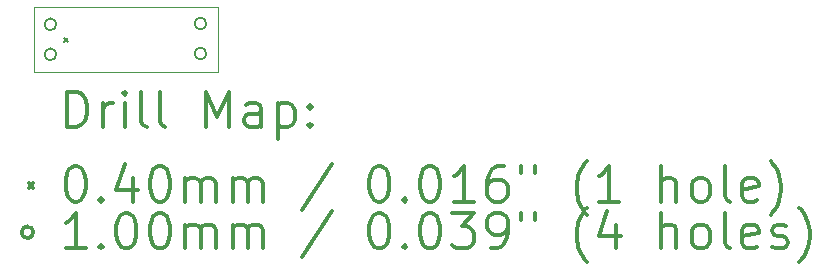
<source format=gbr>
%FSLAX45Y45*%
G04 Gerber Fmt 4.5, Leading zero omitted, Abs format (unit mm)*
G04 Created by KiCad (PCBNEW (5.1.4-0-10_14)) date 2019-11-14 21:06:11*
%MOMM*%
%LPD*%
G04 APERTURE LIST*
%ADD10C,0.050000*%
%ADD11C,0.200000*%
%ADD12C,0.300000*%
G04 APERTURE END LIST*
D10*
X4720000Y-2970000D02*
X4720000Y-3520000D01*
X3160000Y-2970000D02*
X3160000Y-3520000D01*
X3160000Y-3520000D02*
X4720000Y-3520000D01*
X3160000Y-2970000D02*
X4720000Y-2970000D01*
D11*
X3413000Y-3231000D02*
X3453000Y-3271000D01*
X3453000Y-3231000D02*
X3413000Y-3271000D01*
X3352000Y-3118000D02*
G75*
G03X3352000Y-3118000I-50000J0D01*
G01*
X3352000Y-3372000D02*
G75*
G03X3352000Y-3372000I-50000J0D01*
G01*
X4622000Y-3111500D02*
G75*
G03X4622000Y-3111500I-50000J0D01*
G01*
X4622000Y-3365500D02*
G75*
G03X4622000Y-3365500I-50000J0D01*
G01*
D12*
X3443928Y-3988214D02*
X3443928Y-3688214D01*
X3515357Y-3688214D01*
X3558214Y-3702500D01*
X3586786Y-3731071D01*
X3601071Y-3759643D01*
X3615357Y-3816786D01*
X3615357Y-3859643D01*
X3601071Y-3916786D01*
X3586786Y-3945357D01*
X3558214Y-3973929D01*
X3515357Y-3988214D01*
X3443928Y-3988214D01*
X3743928Y-3988214D02*
X3743928Y-3788214D01*
X3743928Y-3845357D02*
X3758214Y-3816786D01*
X3772500Y-3802500D01*
X3801071Y-3788214D01*
X3829643Y-3788214D01*
X3929643Y-3988214D02*
X3929643Y-3788214D01*
X3929643Y-3688214D02*
X3915357Y-3702500D01*
X3929643Y-3716786D01*
X3943928Y-3702500D01*
X3929643Y-3688214D01*
X3929643Y-3716786D01*
X4115357Y-3988214D02*
X4086786Y-3973929D01*
X4072500Y-3945357D01*
X4072500Y-3688214D01*
X4272500Y-3988214D02*
X4243928Y-3973929D01*
X4229643Y-3945357D01*
X4229643Y-3688214D01*
X4615357Y-3988214D02*
X4615357Y-3688214D01*
X4715357Y-3902500D01*
X4815357Y-3688214D01*
X4815357Y-3988214D01*
X5086786Y-3988214D02*
X5086786Y-3831071D01*
X5072500Y-3802500D01*
X5043928Y-3788214D01*
X4986786Y-3788214D01*
X4958214Y-3802500D01*
X5086786Y-3973929D02*
X5058214Y-3988214D01*
X4986786Y-3988214D01*
X4958214Y-3973929D01*
X4943928Y-3945357D01*
X4943928Y-3916786D01*
X4958214Y-3888214D01*
X4986786Y-3873929D01*
X5058214Y-3873929D01*
X5086786Y-3859643D01*
X5229643Y-3788214D02*
X5229643Y-4088214D01*
X5229643Y-3802500D02*
X5258214Y-3788214D01*
X5315357Y-3788214D01*
X5343928Y-3802500D01*
X5358214Y-3816786D01*
X5372500Y-3845357D01*
X5372500Y-3931071D01*
X5358214Y-3959643D01*
X5343928Y-3973929D01*
X5315357Y-3988214D01*
X5258214Y-3988214D01*
X5229643Y-3973929D01*
X5501071Y-3959643D02*
X5515357Y-3973929D01*
X5501071Y-3988214D01*
X5486786Y-3973929D01*
X5501071Y-3959643D01*
X5501071Y-3988214D01*
X5501071Y-3802500D02*
X5515357Y-3816786D01*
X5501071Y-3831071D01*
X5486786Y-3816786D01*
X5501071Y-3802500D01*
X5501071Y-3831071D01*
X3117500Y-4462500D02*
X3157500Y-4502500D01*
X3157500Y-4462500D02*
X3117500Y-4502500D01*
X3501071Y-4318214D02*
X3529643Y-4318214D01*
X3558214Y-4332500D01*
X3572500Y-4346786D01*
X3586786Y-4375357D01*
X3601071Y-4432500D01*
X3601071Y-4503929D01*
X3586786Y-4561072D01*
X3572500Y-4589643D01*
X3558214Y-4603929D01*
X3529643Y-4618214D01*
X3501071Y-4618214D01*
X3472500Y-4603929D01*
X3458214Y-4589643D01*
X3443928Y-4561072D01*
X3429643Y-4503929D01*
X3429643Y-4432500D01*
X3443928Y-4375357D01*
X3458214Y-4346786D01*
X3472500Y-4332500D01*
X3501071Y-4318214D01*
X3729643Y-4589643D02*
X3743928Y-4603929D01*
X3729643Y-4618214D01*
X3715357Y-4603929D01*
X3729643Y-4589643D01*
X3729643Y-4618214D01*
X4001071Y-4418214D02*
X4001071Y-4618214D01*
X3929643Y-4303929D02*
X3858214Y-4518214D01*
X4043928Y-4518214D01*
X4215357Y-4318214D02*
X4243928Y-4318214D01*
X4272500Y-4332500D01*
X4286786Y-4346786D01*
X4301071Y-4375357D01*
X4315357Y-4432500D01*
X4315357Y-4503929D01*
X4301071Y-4561072D01*
X4286786Y-4589643D01*
X4272500Y-4603929D01*
X4243928Y-4618214D01*
X4215357Y-4618214D01*
X4186786Y-4603929D01*
X4172500Y-4589643D01*
X4158214Y-4561072D01*
X4143928Y-4503929D01*
X4143928Y-4432500D01*
X4158214Y-4375357D01*
X4172500Y-4346786D01*
X4186786Y-4332500D01*
X4215357Y-4318214D01*
X4443928Y-4618214D02*
X4443928Y-4418214D01*
X4443928Y-4446786D02*
X4458214Y-4432500D01*
X4486786Y-4418214D01*
X4529643Y-4418214D01*
X4558214Y-4432500D01*
X4572500Y-4461072D01*
X4572500Y-4618214D01*
X4572500Y-4461072D02*
X4586786Y-4432500D01*
X4615357Y-4418214D01*
X4658214Y-4418214D01*
X4686786Y-4432500D01*
X4701071Y-4461072D01*
X4701071Y-4618214D01*
X4843928Y-4618214D02*
X4843928Y-4418214D01*
X4843928Y-4446786D02*
X4858214Y-4432500D01*
X4886786Y-4418214D01*
X4929643Y-4418214D01*
X4958214Y-4432500D01*
X4972500Y-4461072D01*
X4972500Y-4618214D01*
X4972500Y-4461072D02*
X4986786Y-4432500D01*
X5015357Y-4418214D01*
X5058214Y-4418214D01*
X5086786Y-4432500D01*
X5101071Y-4461072D01*
X5101071Y-4618214D01*
X5686786Y-4303929D02*
X5429643Y-4689643D01*
X6072500Y-4318214D02*
X6101071Y-4318214D01*
X6129643Y-4332500D01*
X6143928Y-4346786D01*
X6158214Y-4375357D01*
X6172500Y-4432500D01*
X6172500Y-4503929D01*
X6158214Y-4561072D01*
X6143928Y-4589643D01*
X6129643Y-4603929D01*
X6101071Y-4618214D01*
X6072500Y-4618214D01*
X6043928Y-4603929D01*
X6029643Y-4589643D01*
X6015357Y-4561072D01*
X6001071Y-4503929D01*
X6001071Y-4432500D01*
X6015357Y-4375357D01*
X6029643Y-4346786D01*
X6043928Y-4332500D01*
X6072500Y-4318214D01*
X6301071Y-4589643D02*
X6315357Y-4603929D01*
X6301071Y-4618214D01*
X6286786Y-4603929D01*
X6301071Y-4589643D01*
X6301071Y-4618214D01*
X6501071Y-4318214D02*
X6529643Y-4318214D01*
X6558214Y-4332500D01*
X6572500Y-4346786D01*
X6586786Y-4375357D01*
X6601071Y-4432500D01*
X6601071Y-4503929D01*
X6586786Y-4561072D01*
X6572500Y-4589643D01*
X6558214Y-4603929D01*
X6529643Y-4618214D01*
X6501071Y-4618214D01*
X6472500Y-4603929D01*
X6458214Y-4589643D01*
X6443928Y-4561072D01*
X6429643Y-4503929D01*
X6429643Y-4432500D01*
X6443928Y-4375357D01*
X6458214Y-4346786D01*
X6472500Y-4332500D01*
X6501071Y-4318214D01*
X6886786Y-4618214D02*
X6715357Y-4618214D01*
X6801071Y-4618214D02*
X6801071Y-4318214D01*
X6772500Y-4361072D01*
X6743928Y-4389643D01*
X6715357Y-4403929D01*
X7143928Y-4318214D02*
X7086786Y-4318214D01*
X7058214Y-4332500D01*
X7043928Y-4346786D01*
X7015357Y-4389643D01*
X7001071Y-4446786D01*
X7001071Y-4561072D01*
X7015357Y-4589643D01*
X7029643Y-4603929D01*
X7058214Y-4618214D01*
X7115357Y-4618214D01*
X7143928Y-4603929D01*
X7158214Y-4589643D01*
X7172500Y-4561072D01*
X7172500Y-4489643D01*
X7158214Y-4461072D01*
X7143928Y-4446786D01*
X7115357Y-4432500D01*
X7058214Y-4432500D01*
X7029643Y-4446786D01*
X7015357Y-4461072D01*
X7001071Y-4489643D01*
X7286786Y-4318214D02*
X7286786Y-4375357D01*
X7401071Y-4318214D02*
X7401071Y-4375357D01*
X7843928Y-4732500D02*
X7829643Y-4718214D01*
X7801071Y-4675357D01*
X7786786Y-4646786D01*
X7772500Y-4603929D01*
X7758214Y-4532500D01*
X7758214Y-4475357D01*
X7772500Y-4403929D01*
X7786786Y-4361072D01*
X7801071Y-4332500D01*
X7829643Y-4289643D01*
X7843928Y-4275357D01*
X8115357Y-4618214D02*
X7943928Y-4618214D01*
X8029643Y-4618214D02*
X8029643Y-4318214D01*
X8001071Y-4361072D01*
X7972500Y-4389643D01*
X7943928Y-4403929D01*
X8472500Y-4618214D02*
X8472500Y-4318214D01*
X8601071Y-4618214D02*
X8601071Y-4461072D01*
X8586786Y-4432500D01*
X8558214Y-4418214D01*
X8515357Y-4418214D01*
X8486786Y-4432500D01*
X8472500Y-4446786D01*
X8786786Y-4618214D02*
X8758214Y-4603929D01*
X8743928Y-4589643D01*
X8729643Y-4561072D01*
X8729643Y-4475357D01*
X8743928Y-4446786D01*
X8758214Y-4432500D01*
X8786786Y-4418214D01*
X8829643Y-4418214D01*
X8858214Y-4432500D01*
X8872500Y-4446786D01*
X8886786Y-4475357D01*
X8886786Y-4561072D01*
X8872500Y-4589643D01*
X8858214Y-4603929D01*
X8829643Y-4618214D01*
X8786786Y-4618214D01*
X9058214Y-4618214D02*
X9029643Y-4603929D01*
X9015357Y-4575357D01*
X9015357Y-4318214D01*
X9286786Y-4603929D02*
X9258214Y-4618214D01*
X9201071Y-4618214D01*
X9172500Y-4603929D01*
X9158214Y-4575357D01*
X9158214Y-4461072D01*
X9172500Y-4432500D01*
X9201071Y-4418214D01*
X9258214Y-4418214D01*
X9286786Y-4432500D01*
X9301071Y-4461072D01*
X9301071Y-4489643D01*
X9158214Y-4518214D01*
X9401071Y-4732500D02*
X9415357Y-4718214D01*
X9443928Y-4675357D01*
X9458214Y-4646786D01*
X9472500Y-4603929D01*
X9486786Y-4532500D01*
X9486786Y-4475357D01*
X9472500Y-4403929D01*
X9458214Y-4361072D01*
X9443928Y-4332500D01*
X9415357Y-4289643D01*
X9401071Y-4275357D01*
X3157500Y-4878500D02*
G75*
G03X3157500Y-4878500I-50000J0D01*
G01*
X3601071Y-5014214D02*
X3429643Y-5014214D01*
X3515357Y-5014214D02*
X3515357Y-4714214D01*
X3486786Y-4757072D01*
X3458214Y-4785643D01*
X3429643Y-4799929D01*
X3729643Y-4985643D02*
X3743928Y-4999929D01*
X3729643Y-5014214D01*
X3715357Y-4999929D01*
X3729643Y-4985643D01*
X3729643Y-5014214D01*
X3929643Y-4714214D02*
X3958214Y-4714214D01*
X3986786Y-4728500D01*
X4001071Y-4742786D01*
X4015357Y-4771357D01*
X4029643Y-4828500D01*
X4029643Y-4899929D01*
X4015357Y-4957072D01*
X4001071Y-4985643D01*
X3986786Y-4999929D01*
X3958214Y-5014214D01*
X3929643Y-5014214D01*
X3901071Y-4999929D01*
X3886786Y-4985643D01*
X3872500Y-4957072D01*
X3858214Y-4899929D01*
X3858214Y-4828500D01*
X3872500Y-4771357D01*
X3886786Y-4742786D01*
X3901071Y-4728500D01*
X3929643Y-4714214D01*
X4215357Y-4714214D02*
X4243928Y-4714214D01*
X4272500Y-4728500D01*
X4286786Y-4742786D01*
X4301071Y-4771357D01*
X4315357Y-4828500D01*
X4315357Y-4899929D01*
X4301071Y-4957072D01*
X4286786Y-4985643D01*
X4272500Y-4999929D01*
X4243928Y-5014214D01*
X4215357Y-5014214D01*
X4186786Y-4999929D01*
X4172500Y-4985643D01*
X4158214Y-4957072D01*
X4143928Y-4899929D01*
X4143928Y-4828500D01*
X4158214Y-4771357D01*
X4172500Y-4742786D01*
X4186786Y-4728500D01*
X4215357Y-4714214D01*
X4443928Y-5014214D02*
X4443928Y-4814214D01*
X4443928Y-4842786D02*
X4458214Y-4828500D01*
X4486786Y-4814214D01*
X4529643Y-4814214D01*
X4558214Y-4828500D01*
X4572500Y-4857072D01*
X4572500Y-5014214D01*
X4572500Y-4857072D02*
X4586786Y-4828500D01*
X4615357Y-4814214D01*
X4658214Y-4814214D01*
X4686786Y-4828500D01*
X4701071Y-4857072D01*
X4701071Y-5014214D01*
X4843928Y-5014214D02*
X4843928Y-4814214D01*
X4843928Y-4842786D02*
X4858214Y-4828500D01*
X4886786Y-4814214D01*
X4929643Y-4814214D01*
X4958214Y-4828500D01*
X4972500Y-4857072D01*
X4972500Y-5014214D01*
X4972500Y-4857072D02*
X4986786Y-4828500D01*
X5015357Y-4814214D01*
X5058214Y-4814214D01*
X5086786Y-4828500D01*
X5101071Y-4857072D01*
X5101071Y-5014214D01*
X5686786Y-4699929D02*
X5429643Y-5085643D01*
X6072500Y-4714214D02*
X6101071Y-4714214D01*
X6129643Y-4728500D01*
X6143928Y-4742786D01*
X6158214Y-4771357D01*
X6172500Y-4828500D01*
X6172500Y-4899929D01*
X6158214Y-4957072D01*
X6143928Y-4985643D01*
X6129643Y-4999929D01*
X6101071Y-5014214D01*
X6072500Y-5014214D01*
X6043928Y-4999929D01*
X6029643Y-4985643D01*
X6015357Y-4957072D01*
X6001071Y-4899929D01*
X6001071Y-4828500D01*
X6015357Y-4771357D01*
X6029643Y-4742786D01*
X6043928Y-4728500D01*
X6072500Y-4714214D01*
X6301071Y-4985643D02*
X6315357Y-4999929D01*
X6301071Y-5014214D01*
X6286786Y-4999929D01*
X6301071Y-4985643D01*
X6301071Y-5014214D01*
X6501071Y-4714214D02*
X6529643Y-4714214D01*
X6558214Y-4728500D01*
X6572500Y-4742786D01*
X6586786Y-4771357D01*
X6601071Y-4828500D01*
X6601071Y-4899929D01*
X6586786Y-4957072D01*
X6572500Y-4985643D01*
X6558214Y-4999929D01*
X6529643Y-5014214D01*
X6501071Y-5014214D01*
X6472500Y-4999929D01*
X6458214Y-4985643D01*
X6443928Y-4957072D01*
X6429643Y-4899929D01*
X6429643Y-4828500D01*
X6443928Y-4771357D01*
X6458214Y-4742786D01*
X6472500Y-4728500D01*
X6501071Y-4714214D01*
X6701071Y-4714214D02*
X6886786Y-4714214D01*
X6786786Y-4828500D01*
X6829643Y-4828500D01*
X6858214Y-4842786D01*
X6872500Y-4857072D01*
X6886786Y-4885643D01*
X6886786Y-4957072D01*
X6872500Y-4985643D01*
X6858214Y-4999929D01*
X6829643Y-5014214D01*
X6743928Y-5014214D01*
X6715357Y-4999929D01*
X6701071Y-4985643D01*
X7029643Y-5014214D02*
X7086786Y-5014214D01*
X7115357Y-4999929D01*
X7129643Y-4985643D01*
X7158214Y-4942786D01*
X7172500Y-4885643D01*
X7172500Y-4771357D01*
X7158214Y-4742786D01*
X7143928Y-4728500D01*
X7115357Y-4714214D01*
X7058214Y-4714214D01*
X7029643Y-4728500D01*
X7015357Y-4742786D01*
X7001071Y-4771357D01*
X7001071Y-4842786D01*
X7015357Y-4871357D01*
X7029643Y-4885643D01*
X7058214Y-4899929D01*
X7115357Y-4899929D01*
X7143928Y-4885643D01*
X7158214Y-4871357D01*
X7172500Y-4842786D01*
X7286786Y-4714214D02*
X7286786Y-4771357D01*
X7401071Y-4714214D02*
X7401071Y-4771357D01*
X7843928Y-5128500D02*
X7829643Y-5114214D01*
X7801071Y-5071357D01*
X7786786Y-5042786D01*
X7772500Y-4999929D01*
X7758214Y-4928500D01*
X7758214Y-4871357D01*
X7772500Y-4799929D01*
X7786786Y-4757072D01*
X7801071Y-4728500D01*
X7829643Y-4685643D01*
X7843928Y-4671357D01*
X8086786Y-4814214D02*
X8086786Y-5014214D01*
X8015357Y-4699929D02*
X7943928Y-4914214D01*
X8129643Y-4914214D01*
X8472500Y-5014214D02*
X8472500Y-4714214D01*
X8601071Y-5014214D02*
X8601071Y-4857072D01*
X8586786Y-4828500D01*
X8558214Y-4814214D01*
X8515357Y-4814214D01*
X8486786Y-4828500D01*
X8472500Y-4842786D01*
X8786786Y-5014214D02*
X8758214Y-4999929D01*
X8743928Y-4985643D01*
X8729643Y-4957072D01*
X8729643Y-4871357D01*
X8743928Y-4842786D01*
X8758214Y-4828500D01*
X8786786Y-4814214D01*
X8829643Y-4814214D01*
X8858214Y-4828500D01*
X8872500Y-4842786D01*
X8886786Y-4871357D01*
X8886786Y-4957072D01*
X8872500Y-4985643D01*
X8858214Y-4999929D01*
X8829643Y-5014214D01*
X8786786Y-5014214D01*
X9058214Y-5014214D02*
X9029643Y-4999929D01*
X9015357Y-4971357D01*
X9015357Y-4714214D01*
X9286786Y-4999929D02*
X9258214Y-5014214D01*
X9201071Y-5014214D01*
X9172500Y-4999929D01*
X9158214Y-4971357D01*
X9158214Y-4857072D01*
X9172500Y-4828500D01*
X9201071Y-4814214D01*
X9258214Y-4814214D01*
X9286786Y-4828500D01*
X9301071Y-4857072D01*
X9301071Y-4885643D01*
X9158214Y-4914214D01*
X9415357Y-4999929D02*
X9443928Y-5014214D01*
X9501071Y-5014214D01*
X9529643Y-4999929D01*
X9543928Y-4971357D01*
X9543928Y-4957072D01*
X9529643Y-4928500D01*
X9501071Y-4914214D01*
X9458214Y-4914214D01*
X9429643Y-4899929D01*
X9415357Y-4871357D01*
X9415357Y-4857072D01*
X9429643Y-4828500D01*
X9458214Y-4814214D01*
X9501071Y-4814214D01*
X9529643Y-4828500D01*
X9643928Y-5128500D02*
X9658214Y-5114214D01*
X9686786Y-5071357D01*
X9701071Y-5042786D01*
X9715357Y-4999929D01*
X9729643Y-4928500D01*
X9729643Y-4871357D01*
X9715357Y-4799929D01*
X9701071Y-4757072D01*
X9686786Y-4728500D01*
X9658214Y-4685643D01*
X9643928Y-4671357D01*
M02*

</source>
